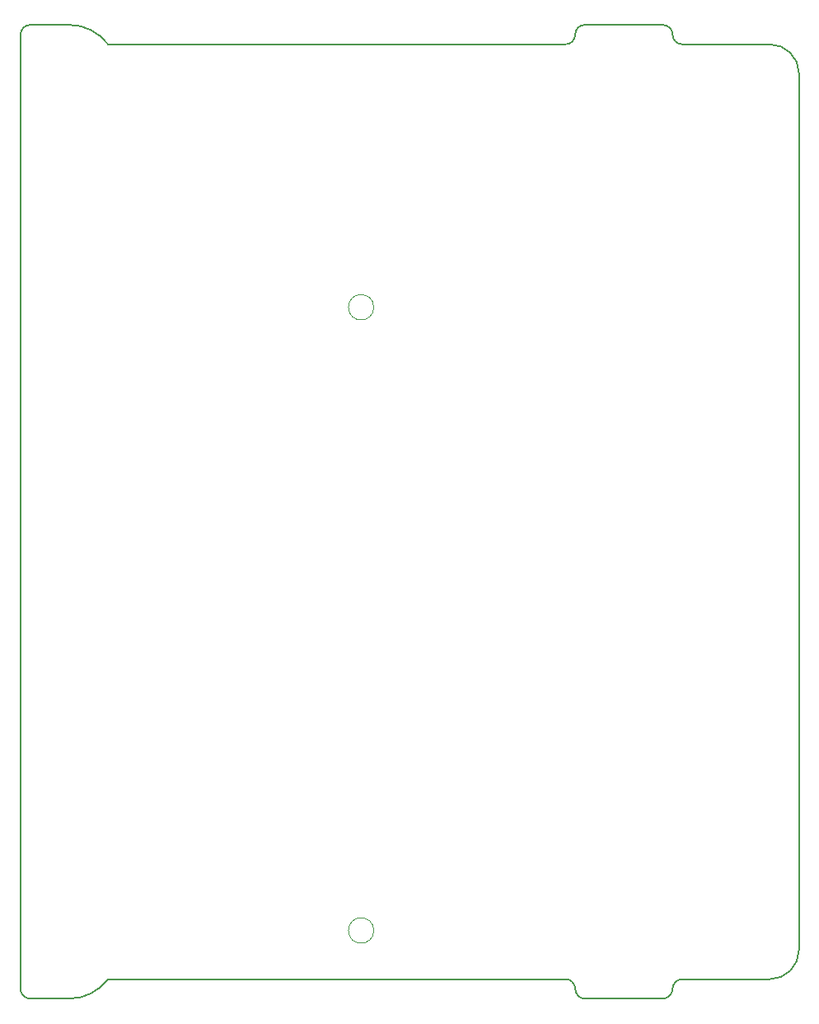
<source format=gbr>
%TF.GenerationSoftware,KiCad,Pcbnew,9.0.6*%
%TF.CreationDate,2025-12-07T12:12:16+03:00*%
%TF.ProjectId,PMPS-20W,504d5053-2d32-4305-972e-6b696361645f,rev?*%
%TF.SameCoordinates,Original*%
%TF.FileFunction,Profile,NP*%
%FSLAX46Y46*%
G04 Gerber Fmt 4.6, Leading zero omitted, Abs format (unit mm)*
G04 Created by KiCad (PCBNEW 9.0.6) date 2025-12-07 12:12:16*
%MOMM*%
%LPD*%
G01*
G04 APERTURE LIST*
%TA.AperFunction,Profile*%
%ADD10C,0.200000*%
%TD*%
%TA.AperFunction,Profile*%
%ADD11C,0.050000*%
%TD*%
G04 APERTURE END LIST*
D10*
X40000000Y45000000D02*
X40000000Y-45000000D01*
X-39000000Y-50000000D02*
X-35000000Y-50000000D01*
X-39000000Y50000000D02*
X-35000000Y50000000D01*
X27000000Y-49000000D02*
G75*
G02*
X26000000Y-50000000I-1000000J0D01*
G01*
X17000000Y49000000D02*
G75*
G02*
X18000000Y50000000I1000000J0D01*
G01*
X16000000Y-48000000D02*
G75*
G02*
X17000000Y-49000000I0J-1000000D01*
G01*
X-40000000Y49000000D02*
G75*
G02*
X-39000000Y50000000I1000000J0D01*
G01*
X28000000Y48000000D02*
X37000000Y48000000D01*
X-35000000Y50000000D02*
G75*
G02*
X-31000000Y48000000I0J-5000000D01*
G01*
X18000000Y-50000000D02*
X26000000Y-50000000D01*
X40000000Y-45000000D02*
G75*
G02*
X37000000Y-48000000I-3000000J0D01*
G01*
X28000000Y-48000000D02*
X37000000Y-48000000D01*
X16000000Y-48000000D02*
X-31000000Y-48000000D01*
X28000000Y48000000D02*
G75*
G02*
X27000000Y49000000I0J1000000D01*
G01*
X17000000Y49000000D02*
G75*
G02*
X16000000Y48000000I-1000000J0D01*
G01*
X26000000Y50000000D02*
X18000000Y50000000D01*
X-39000000Y-50000000D02*
G75*
G02*
X-40000000Y-49000000I0J1000000D01*
G01*
X18000000Y-50000000D02*
G75*
G02*
X17000000Y-49000000I0J1000000D01*
G01*
X-31000000Y48000000D02*
X16000000Y48000000D01*
X-31000000Y-48000000D02*
G75*
G02*
X-35000000Y-50000000I-4000000J3000000D01*
G01*
X-40000000Y-49000000D02*
X-40000000Y49000000D01*
X26000000Y50000000D02*
G75*
G02*
X27000000Y49000000I0J-1000000D01*
G01*
X27000000Y-49000000D02*
G75*
G02*
X28000000Y-48000000I1000000J0D01*
G01*
X37000000Y48000000D02*
G75*
G02*
X40000000Y45000000I0J-3000000D01*
G01*
D11*
%TO.C,U4*%
X-3700000Y-43000000D02*
G75*
G02*
X-6300000Y-43000000I-1300000J0D01*
G01*
X-6300000Y-43000000D02*
G75*
G02*
X-3700000Y-43000000I1300000J0D01*
G01*
%TO.C,U2*%
X-3700000Y21000000D02*
G75*
G02*
X-6300000Y21000000I-1300000J0D01*
G01*
X-6300000Y21000000D02*
G75*
G02*
X-3700000Y21000000I1300000J0D01*
G01*
%TD*%
M02*

</source>
